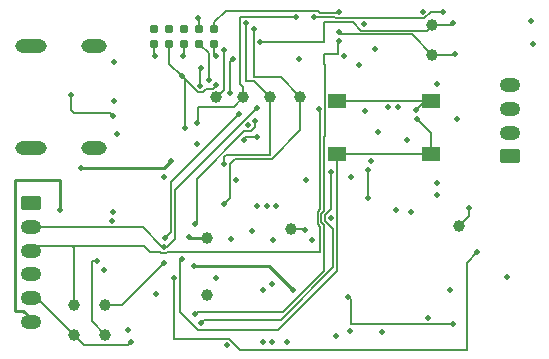
<source format=gbr>
%TF.GenerationSoftware,KiCad,Pcbnew,9.0.5-9.0.5~ubuntu24.04.1*%
%TF.CreationDate,2025-10-18T12:27:34-05:00*%
%TF.ProjectId,can_distance_sensor,63616e5f-6469-4737-9461-6e63655f7365,rev?*%
%TF.SameCoordinates,Original*%
%TF.FileFunction,Copper,L4,Bot*%
%TF.FilePolarity,Positive*%
%FSLAX46Y46*%
G04 Gerber Fmt 4.6, Leading zero omitted, Abs format (unit mm)*
G04 Created by KiCad (PCBNEW 9.0.5-9.0.5~ubuntu24.04.1) date 2025-10-18 12:27:34*
%MOMM*%
%LPD*%
G01*
G04 APERTURE LIST*
G04 Aperture macros list*
%AMRoundRect*
0 Rectangle with rounded corners*
0 $1 Rounding radius*
0 $2 $3 $4 $5 $6 $7 $8 $9 X,Y pos of 4 corners*
0 Add a 4 corners polygon primitive as box body*
4,1,4,$2,$3,$4,$5,$6,$7,$8,$9,$2,$3,0*
0 Add four circle primitives for the rounded corners*
1,1,$1+$1,$2,$3*
1,1,$1+$1,$4,$5*
1,1,$1+$1,$6,$7*
1,1,$1+$1,$8,$9*
0 Add four rect primitives between the rounded corners*
20,1,$1+$1,$2,$3,$4,$5,0*
20,1,$1+$1,$4,$5,$6,$7,0*
20,1,$1+$1,$6,$7,$8,$9,0*
20,1,$1+$1,$8,$9,$2,$3,0*%
G04 Aperture macros list end*
%TA.AperFunction,SMDPad,CuDef*%
%ADD10C,1.000000*%
%TD*%
%TA.AperFunction,ComponentPad*%
%ADD11RoundRect,0.250000X-0.625000X0.350000X-0.625000X-0.350000X0.625000X-0.350000X0.625000X0.350000X0*%
%TD*%
%TA.AperFunction,ComponentPad*%
%ADD12O,1.750000X1.200000*%
%TD*%
%TA.AperFunction,ComponentPad*%
%ADD13RoundRect,0.250000X0.625000X-0.350000X0.625000X0.350000X-0.625000X0.350000X-0.625000X-0.350000X0*%
%TD*%
%TA.AperFunction,ConnectorPad*%
%ADD14C,0.787400*%
%TD*%
%TA.AperFunction,SMDPad,CuDef*%
%ADD15R,1.549400X1.295400*%
%TD*%
%TA.AperFunction,WasherPad*%
%ADD16O,2.667000X1.168400*%
%TD*%
%TA.AperFunction,WasherPad*%
%ADD17O,2.159000X1.168400*%
%TD*%
%TA.AperFunction,ViaPad*%
%ADD18C,0.500000*%
%TD*%
%TA.AperFunction,Conductor*%
%ADD19C,0.127000*%
%TD*%
%TA.AperFunction,Conductor*%
%ADD20C,0.254000*%
%TD*%
G04 APERTURE END LIST*
D10*
%TO.P,TP14,1,1*%
%TO.N,LED2*%
X206002000Y-91904000D03*
%TD*%
%TO.P,TP13,1,1*%
%TO.N,LED1*%
X206002000Y-94444000D03*
%TD*%
%TO.P,TP12,1,1*%
%TO.N,TB_CLK*%
X178308000Y-115570000D03*
%TD*%
%TO.P,TP11,1,1*%
%TO.N,TB_ABS*%
X175641000Y-118110000D03*
%TD*%
%TO.P,TP10,1,1*%
%TO.N,TB_MOSI*%
X175641000Y-115570000D03*
%TD*%
%TO.P,TP9,1,1*%
%TO.N,TB_CS*%
X178308000Y-118110000D03*
%TD*%
%TO.P,TP8,1,1*%
%TO.N,TOF_SDA*%
X190000000Y-98000000D03*
%TD*%
%TO.P,TP7,1,1*%
%TO.N,TOF_SCL*%
X187714000Y-98000000D03*
%TD*%
%TO.P,TP6,1,1*%
%TO.N,TOF_INT*%
X192286000Y-98000000D03*
%TD*%
%TO.P,TP5,1,1*%
%TO.N,TOF_XSHUT*%
X194826000Y-98000000D03*
%TD*%
%TO.P,TP4,1,1*%
%TO.N,2V8*%
X186952000Y-114764000D03*
%TD*%
%TO.P,TP3,1,1*%
%TO.N,3V3*%
X186952000Y-109938000D03*
%TD*%
%TO.P,TP2,1,1*%
%TO.N,VCC*%
X194064000Y-109176000D03*
%TD*%
%TO.P,TP1,1,1*%
%TO.N,GND*%
X208288000Y-108922000D03*
%TD*%
D11*
%TO.P,J4,1,Pin_1*%
%TO.N,GND*%
X172000000Y-107000000D03*
D12*
%TO.P,J4,2,Pin_2*%
%TO.N,TB_CLK*%
X172000000Y-109000000D03*
%TO.P,J4,3,Pin_3*%
%TO.N,TB_MOSI*%
X172000000Y-111000000D03*
%TO.P,J4,4,Pin_4*%
%TO.N,TB_CS*%
X172000000Y-113000000D03*
%TO.P,J4,5,Pin_5*%
%TO.N,TB_ABS*%
X172000000Y-115000000D03*
%TO.P,J4,6,Pin_6*%
%TO.N,Net-(J4-Pin_6)*%
X172000000Y-117000000D03*
%TD*%
D13*
%TO.P,J3,1,Pin_1*%
%TO.N,VIN*%
X212550000Y-103000000D03*
D12*
%TO.P,J3,2,Pin_2*%
%TO.N,GND*%
X212550000Y-101000000D03*
%TO.P,J3,3,Pin_3*%
%TO.N,Net-(J3-Pin_3)*%
X212550000Y-99000000D03*
%TO.P,J3,4,Pin_4*%
%TO.N,Net-(J3-Pin_4)*%
X212550000Y-97000000D03*
%TD*%
D14*
%TO.P,J2,1,VTref*%
%TO.N,3V3*%
X187540000Y-93500000D03*
%TO.P,J2,2,SWDIO/TMS*%
%TO.N,SWDIO*%
X186270000Y-93500000D03*
%TO.P,J2,3,GND*%
%TO.N,GND*%
X185000000Y-93500000D03*
%TO.P,J2,4,SWCLK/TCK*%
%TO.N,BOOT*%
X183730000Y-93500000D03*
%TO.P,J2,5,GND*%
%TO.N,GND*%
X182460000Y-93500000D03*
%TO.P,J2,6,SWO/TDO*%
%TO.N,unconnected-(J2-SWO{slash}TDO-Pad6)*%
X182460000Y-92230000D03*
%TO.P,J2,7,KEY*%
%TO.N,unconnected-(J2-KEY-Pad7)*%
X183730000Y-92230000D03*
%TO.P,J2,8,NC/TDI*%
%TO.N,unconnected-(J2-NC{slash}TDI-Pad8)*%
X185000000Y-92230000D03*
%TO.P,J2,9,GNDDetect*%
%TO.N,GND*%
X186270000Y-92230000D03*
%TO.P,J2,10,~{RESET}*%
%TO.N,NRST*%
X187540000Y-92230000D03*
%TD*%
D15*
%TO.P,SW1,4,4*%
%TO.N,BOOT*%
X197963000Y-102790001D03*
%TO.P,SW1,3,3*%
X205913000Y-102790001D03*
%TO.P,SW1,2,2*%
%TO.N,Net-(R2-Pad2)*%
X197963000Y-98289999D03*
%TO.P,SW1,1,1*%
X205913000Y-98290000D03*
%TD*%
D16*
%TO.P,J5,*%
%TO.N,*%
X172000700Y-102320002D03*
D17*
X177360700Y-102320002D03*
D16*
X172000700Y-93679998D03*
D17*
X177360700Y-93679998D03*
%TD*%
D18*
%TO.N,Net-(R2-Pad2)*%
X204597000Y-99060000D03*
%TO.N,GND*%
X193675000Y-118745000D03*
X192532000Y-110109000D03*
X195834000Y-110109000D03*
%TO.N,TB_ABS*%
X180467000Y-118745000D03*
%TO.N,TB_CS*%
X177648999Y-111862999D03*
%TO.N,TB_CLK*%
X183261000Y-110644171D03*
X183261000Y-112014000D03*
%TO.N,Net-(J4-Pin_6)*%
X174498000Y-107569000D03*
%TO.N,GND*%
X197866000Y-118237000D03*
%TO.N,VCC*%
X194183000Y-114300000D03*
X185801000Y-112268000D03*
X176276000Y-104013000D03*
X183896000Y-103378000D03*
%TO.N,BOOT*%
X184765539Y-111691000D03*
X185039000Y-100584000D03*
X204724000Y-99822000D03*
%TO.N,TB_CS*%
X188849000Y-97663000D03*
X189103000Y-94742000D03*
X189611000Y-99441000D03*
X183339566Y-109948592D03*
%TO.N,TB_CLK*%
X191135000Y-98933000D03*
%TO.N,TB_ABS*%
X191014137Y-100028208D03*
X185928000Y-108712000D03*
X197449500Y-104345153D03*
X186436000Y-117094000D03*
%TO.N,TB_MOSI*%
X196410300Y-99008000D03*
%TO.N,BOOT*%
X184802194Y-96248806D03*
%TO.N,LED1*%
X198114500Y-92517997D03*
X207899000Y-94361000D03*
%TO.N,LED2*%
X191394500Y-93345000D03*
%TO.N,GND*%
X194734800Y-94742000D03*
X194734800Y-94742000D03*
X194734800Y-94742000D03*
X194734800Y-94742000D03*
X194734800Y-94742000D03*
X194734800Y-94742000D03*
X194734800Y-94742000D03*
%TO.N,VIN_MEAS*%
X198114500Y-93218000D03*
%TO.N,GND*%
X198501000Y-94478500D03*
%TO.N,3V3*%
X199771000Y-95250000D03*
%TO.N,GND*%
X197449500Y-108230199D03*
X199141500Y-104775000D03*
X204216000Y-107696000D03*
X202946000Y-107569000D03*
%TO.N,3V3*%
X206375000Y-106299000D03*
X206375000Y-105283000D03*
%TO.N,LED2*%
X207772000Y-91694000D03*
%TO.N,3V3*%
X214376000Y-91567000D03*
X214503000Y-93472000D03*
X206375000Y-96901000D03*
%TO.N,GND*%
X203835000Y-101600000D03*
X201422000Y-100965000D03*
%TO.N,VCC*%
X195199000Y-109220000D03*
X200533000Y-106553000D03*
X200533000Y-104140000D03*
%TO.N,GND*%
X200787000Y-103380500D03*
%TO.N,3V3*%
X178947284Y-107753837D03*
%TO.N,GND*%
X178181000Y-112649000D03*
X178904007Y-108452500D03*
%TO.N,VIN_MEAS*%
X185922500Y-116328015D03*
%TO.N,GND*%
X182626000Y-114681000D03*
%TO.N,+12V*%
X209804000Y-111125000D03*
X184144500Y-113284000D03*
%TO.N,GND*%
X180213000Y-117729000D03*
%TO.N,3V3*%
X185435000Y-109855695D03*
%TO.N,2V8*%
X186952000Y-114764000D03*
%TO.N,GND*%
X188595000Y-118999000D03*
X191643000Y-118745000D03*
X192405000Y-118745000D03*
X192405000Y-113792000D03*
X191643000Y-114300000D03*
X187706000Y-113284000D03*
%TO.N,3V3*%
X190754000Y-109347000D03*
X188976000Y-109982000D03*
%TO.N,GND*%
X189369000Y-105029000D03*
X191135000Y-107188000D03*
X192024000Y-107188000D03*
X192786000Y-107188000D03*
X195326000Y-105029000D03*
%TO.N,TOF_SDA_2V8*%
X191135000Y-101346000D03*
X190053687Y-101629513D03*
%TO.N,GND*%
X186055000Y-101981000D03*
%TO.N,TOF_XSHUT*%
X188341000Y-107061000D03*
%TO.N,TOF_INT*%
X188341000Y-103632000D03*
%TO.N,TOF_SDA*%
X186049500Y-100203000D03*
%TO.N,TOF_SCL*%
X187714000Y-98000000D03*
%TO.N,3V3*%
X190410890Y-100383309D03*
%TO.N,TOF_XSHUT*%
X190881000Y-92202000D03*
%TO.N,TOF_INT*%
X190251500Y-91699500D03*
%TO.N,TOF_SCL*%
X188341000Y-93980000D03*
%TO.N,TOF_SDA*%
X194437000Y-91186000D03*
%TO.N,CAN_STB*%
X206883000Y-90750000D03*
X195961000Y-91186000D03*
%TO.N,GND*%
X182499000Y-94488000D03*
%TO.N,BOOT*%
X187706000Y-97005500D03*
%TO.N,GND*%
X186182000Y-91313000D03*
X184912000Y-94488000D03*
%TO.N,3V3*%
X187706000Y-94488000D03*
%TO.N,SWDIO*%
X187071000Y-96520000D03*
%TO.N,DM*%
X186436000Y-95504000D03*
X186354600Y-97073600D03*
%TO.N,GND*%
X183319162Y-104788691D03*
X179070000Y-94996000D03*
X179324000Y-101092000D03*
X179070000Y-98298000D03*
%TO.N,Net-(J5-D--PadA7)*%
X178988000Y-99613000D03*
X175387000Y-97790000D03*
%TO.N,NRST*%
X198069200Y-90750000D03*
%TO.N,3V3*%
X200304400Y-99212400D03*
X200202800Y-91846400D03*
%TO.N,GND*%
X201168000Y-93929200D03*
X203090828Y-98803500D03*
X205181200Y-90750000D03*
X202266513Y-98803500D03*
X208127600Y-99822000D03*
X209143600Y-107391200D03*
X199034400Y-117805200D03*
X201726800Y-117856000D03*
X205638400Y-116687600D03*
X212344000Y-113233200D03*
X207518000Y-114350800D03*
%TO.N,/Power/PRE_OUT*%
X198882000Y-114909600D03*
X207772000Y-117246400D03*
%TD*%
D19*
%TO.N,Net-(R2-Pad2)*%
X205913000Y-98290000D02*
X205367000Y-98290000D01*
X205367000Y-98290000D02*
X204597000Y-99060000D01*
%TO.N,TB_MOSI*%
X182054694Y-111125000D02*
X183015630Y-111125000D01*
X196522000Y-99119700D02*
X196410300Y-99008000D01*
%TO.N,VIN_MEAS*%
X196923800Y-95299399D02*
X196923800Y-101280599D01*
X196850000Y-108819346D02*
X196850000Y-112694552D01*
%TO.N,TB_MOSI*%
X183015630Y-111125000D02*
X183048301Y-111157671D01*
X183048301Y-111157671D02*
X183473699Y-111157671D01*
X183473699Y-111157671D02*
X183506370Y-111125000D01*
%TO.N,VIN_MEAS*%
X196850000Y-95225599D02*
X196923800Y-95299399D01*
%TO.N,TB_MOSI*%
X196522000Y-111125000D02*
X196522000Y-108953794D01*
X196522000Y-108953794D02*
X196282000Y-108713794D01*
X181565194Y-110635500D02*
X182054694Y-111125000D01*
X196522000Y-107506604D02*
X196522000Y-99119700D01*
%TO.N,VIN_MEAS*%
X197993000Y-93339500D02*
X197993000Y-94361000D01*
X193339552Y-116205000D02*
X186045515Y-116205000D01*
X197993000Y-94361000D02*
X196850000Y-94361000D01*
%TO.N,TB_MOSI*%
X196282000Y-107746604D02*
X196522000Y-107506604D01*
%TO.N,VIN_MEAS*%
X198114500Y-93218000D02*
X197993000Y-93339500D01*
X186045515Y-116205000D02*
X185922500Y-116328015D01*
X196850000Y-112694552D02*
X193339552Y-116205000D01*
X196850000Y-101354399D02*
X196850000Y-107641052D01*
X196609000Y-108578346D02*
X196850000Y-108819346D01*
X196609000Y-107882052D02*
X196609000Y-108578346D01*
X196923800Y-101280599D02*
X196850000Y-101354399D01*
X196850000Y-94361000D02*
X196850000Y-95225599D01*
%TO.N,TB_MOSI*%
X196282000Y-108713794D02*
X196282000Y-107746604D01*
X183506370Y-111125000D02*
X196522000Y-111125000D01*
X175514000Y-110635500D02*
X181565194Y-110635500D01*
%TO.N,VIN_MEAS*%
X196850000Y-107641052D02*
X196609000Y-107882052D01*
%TO.N,Net-(R2-Pad2)*%
X197963000Y-98289999D02*
X205913000Y-98290000D01*
%TO.N,TB_ABS*%
X175641000Y-118110000D02*
X176530000Y-118999000D01*
X176530000Y-118999000D02*
X180213000Y-118999000D01*
X180213000Y-118999000D02*
X180467000Y-118745000D01*
X175641000Y-118110000D02*
X172531000Y-115000000D01*
X172531000Y-115000000D02*
X172000000Y-115000000D01*
%TO.N,TB_CS*%
X178308000Y-118110000D02*
X177165000Y-116967000D01*
X177165000Y-116967000D02*
X177165000Y-111887000D01*
X177165000Y-111887000D02*
X177624998Y-111887000D01*
X177624998Y-111887000D02*
X177648999Y-111862999D01*
%TO.N,TB_MOSI*%
X172364500Y-110635500D02*
X175514000Y-110635500D01*
X175641000Y-115570000D02*
X175641000Y-110762500D01*
X175641000Y-110762500D02*
X175514000Y-110635500D01*
%TO.N,TB_CS*%
X189611000Y-99441000D02*
X183866249Y-105185751D01*
%TO.N,TB_CLK*%
X183261000Y-110644171D02*
X183106301Y-110644171D01*
%TO.N,TB_CS*%
X183866249Y-105185751D02*
X183866249Y-109421909D01*
X183866249Y-109421909D02*
X183339566Y-109948592D01*
%TO.N,TB_MOSI*%
X172000000Y-111000000D02*
X172364500Y-110635500D01*
%TO.N,TB_CLK*%
X178308000Y-115570000D02*
X179705000Y-115570000D01*
X179705000Y-115570000D02*
X183261000Y-112014000D01*
D20*
%TO.N,Net-(J4-Pin_6)*%
X172000000Y-117000000D02*
X172000000Y-116725000D01*
X172000000Y-116725000D02*
X171353000Y-116078000D01*
X170628000Y-116018000D02*
X170628000Y-105029000D01*
X171353000Y-116078000D02*
X170688000Y-116078000D01*
X174498000Y-105029000D02*
X174498000Y-107569000D01*
X170688000Y-116078000D02*
X170628000Y-116018000D01*
X170628000Y-105029000D02*
X174498000Y-105029000D01*
D19*
%TO.N,TB_CLK*%
X181462130Y-109000000D02*
X172000000Y-109000000D01*
%TO.N,BOOT*%
X186182000Y-117729000D02*
X184658000Y-116205000D01*
X184658000Y-111798539D02*
X184765539Y-111691000D01*
D20*
%TO.N,VCC*%
X185801000Y-112268000D02*
X192151000Y-112268000D01*
D19*
%TO.N,BOOT*%
X197963000Y-112679000D02*
X192913000Y-117729000D01*
X184658000Y-116205000D02*
X184658000Y-111798539D01*
X197963000Y-102790001D02*
X197963000Y-112679000D01*
X192913000Y-117729000D02*
X186182000Y-117729000D01*
D20*
%TO.N,3V3*%
X186952000Y-109938000D02*
X185517305Y-109938000D01*
D19*
%TO.N,TB_CLK*%
X184196743Y-109998609D02*
X183551181Y-110644171D01*
X184196743Y-105871257D02*
X184196743Y-109998609D01*
D20*
%TO.N,VCC*%
X192151000Y-112268000D02*
X194183000Y-114300000D01*
D19*
%TO.N,TB_CLK*%
X191135000Y-98933000D02*
X184196743Y-105871257D01*
X183106301Y-110644171D02*
X181462130Y-109000000D01*
X183551181Y-110644171D02*
X183261000Y-110644171D01*
D20*
%TO.N,3V3*%
X185517305Y-109938000D02*
X185435000Y-109855695D01*
%TO.N,VCC*%
X183261000Y-104013000D02*
X183896000Y-103378000D01*
X176276000Y-104013000D02*
X183261000Y-104013000D01*
D19*
%TO.N,+12V*%
X189703613Y-119380000D02*
X188808113Y-118484500D01*
%TO.N,TB_ABS*%
X196936000Y-108017500D02*
X197449500Y-107504000D01*
X197612000Y-109118898D02*
X196936000Y-108442898D01*
%TO.N,BOOT*%
X185039000Y-100584000D02*
X185039000Y-96485612D01*
%TO.N,TB_ABS*%
X197449500Y-107504000D02*
X197449500Y-104345153D01*
%TO.N,+12V*%
X208915000Y-112014000D02*
X208915000Y-119380000D01*
X188808113Y-118484500D02*
X185045500Y-118484500D01*
X184150000Y-113289500D02*
X184144500Y-113284000D01*
X209804000Y-111125000D02*
X208915000Y-112014000D01*
X208915000Y-119380000D02*
X189703613Y-119380000D01*
%TO.N,TB_ABS*%
X186690000Y-116840000D02*
X193167000Y-116840000D01*
X197612000Y-112395000D02*
X197612000Y-109118898D01*
X196936000Y-108442898D02*
X196936000Y-108017500D01*
%TO.N,+12V*%
X184150000Y-118491000D02*
X184150000Y-113289500D01*
%TO.N,TB_ABS*%
X186436000Y-117094000D02*
X186690000Y-116840000D01*
X193167000Y-116840000D02*
X197612000Y-112395000D01*
%TO.N,+12V*%
X185045500Y-118484500D02*
X184150000Y-118491000D01*
%TO.N,BOOT*%
X185039000Y-96485612D02*
X184802194Y-96248806D01*
X197963000Y-102790001D02*
X205913000Y-102790001D01*
X205913000Y-102790001D02*
X205913000Y-101011000D01*
X205913000Y-101011000D02*
X204724000Y-99822000D01*
%TO.N,TB_CS*%
X189103000Y-94742000D02*
X188849000Y-94996000D01*
X188849000Y-94996000D02*
X188849000Y-97282000D01*
X188849000Y-97282000D02*
X188849000Y-97663000D01*
%TO.N,TB_ABS*%
X186055000Y-104902000D02*
X190060191Y-100896809D01*
X185928000Y-108712000D02*
X186055000Y-108585000D01*
X191014137Y-100506261D02*
X191014137Y-100028208D01*
X186055000Y-108585000D02*
X186055000Y-104902000D01*
X190623589Y-100896809D02*
X191014137Y-100506261D01*
X190060191Y-100896809D02*
X190623589Y-100896809D01*
%TO.N,TOF_XSHUT*%
X192413862Y-103198000D02*
X194826000Y-100785862D01*
X194826000Y-100785862D02*
X194826000Y-98000000D01*
%TO.N,TOF_INT*%
X192286000Y-98000000D02*
X192286000Y-102862000D01*
%TO.N,TOF_XSHUT*%
X188855500Y-106546500D02*
X188855500Y-103661396D01*
%TO.N,TOF_SDA_2V8*%
X190188997Y-101346000D02*
X190053687Y-101481310D01*
X190053687Y-101481310D02*
X190053687Y-101629513D01*
%TO.N,TOF_XSHUT*%
X189318896Y-103198000D02*
X192413862Y-103198000D01*
X188855500Y-103661396D02*
X189318896Y-103198000D01*
X188341000Y-107061000D02*
X188855500Y-106546500D01*
%TO.N,TOF_SDA_2V8*%
X191135000Y-101346000D02*
X190188997Y-101346000D01*
%TO.N,TOF_INT*%
X192278000Y-102870000D02*
X188549448Y-102870000D01*
X188341000Y-103078448D02*
X188341000Y-103632000D01*
X188549448Y-102870000D02*
X188341000Y-103078448D01*
X192286000Y-102862000D02*
X192278000Y-102870000D01*
%TO.N,BOOT*%
X184802194Y-96248806D02*
X183730000Y-95176613D01*
%TO.N,LED1*%
X198114500Y-92517997D02*
X198285403Y-92688900D01*
X198285403Y-92688900D02*
X204246900Y-92688900D01*
X204246900Y-92688900D02*
X206002000Y-94444000D01*
X207899000Y-94361000D02*
X207816000Y-94444000D01*
X207816000Y-94444000D02*
X206002000Y-94444000D01*
%TO.N,NRST*%
X197967700Y-90851500D02*
X196469000Y-90851500D01*
X198069200Y-90750000D02*
X197967700Y-90851500D01*
X196289000Y-90671500D02*
X188488000Y-90671500D01*
X187540000Y-91619500D02*
X188488000Y-90671500D01*
X196469000Y-90851500D02*
X196289000Y-90671500D01*
%TO.N,LED2*%
X191394500Y-93345000D02*
X196850000Y-93345000D01*
X196850000Y-91659900D02*
X199288687Y-91659900D01*
X196850000Y-93345000D02*
X196850000Y-91659900D01*
X207562000Y-91904000D02*
X207772000Y-91694000D01*
X206002000Y-91904000D02*
X207562000Y-91904000D01*
X199989687Y-92360900D02*
X205545100Y-92360900D01*
X199288687Y-91659900D02*
X199989687Y-92360900D01*
X205545100Y-92360900D02*
X206002000Y-91904000D01*
%TO.N,VCC*%
X194064000Y-109176000D02*
X195155000Y-109176000D01*
X195155000Y-109176000D02*
X195199000Y-109220000D01*
X200533000Y-104140000D02*
X200533000Y-106553000D01*
%TO.N,TOF_SDA*%
X186182000Y-100070500D02*
X186182000Y-98806000D01*
X186049500Y-100203000D02*
X186182000Y-100070500D01*
X186182000Y-98806000D02*
X189194000Y-98806000D01*
X189194000Y-98806000D02*
X190000000Y-98000000D01*
%TO.N,TOF_XSHUT*%
X190881000Y-92202000D02*
X190881000Y-96319000D01*
X193145000Y-96319000D02*
X194826000Y-98000000D01*
X190881000Y-96319000D02*
X193145000Y-96319000D01*
%TO.N,TOF_INT*%
X190246000Y-96647000D02*
X190933000Y-96647000D01*
X190933000Y-96647000D02*
X192286000Y-98000000D01*
X190251500Y-91699500D02*
X190246000Y-91705000D01*
X190246000Y-91705000D02*
X190246000Y-96647000D01*
%TO.N,TOF_SCL*%
X188341000Y-93980000D02*
X188341000Y-97373000D01*
X188341000Y-97373000D02*
X187714000Y-98000000D01*
%TO.N,TOF_SDA*%
X189738000Y-91186000D02*
X189738000Y-96901000D01*
X194437000Y-91186000D02*
X189738000Y-91186000D01*
X189738000Y-96901000D02*
X190000000Y-97163000D01*
X190000000Y-97163000D02*
X190000000Y-98000000D01*
%TO.N,CAN_STB*%
X205326913Y-91331900D02*
X204348733Y-91331900D01*
X206883000Y-90750000D02*
X205908813Y-90750000D01*
X205908813Y-90750000D02*
X205326913Y-91331900D01*
X197831900Y-91331900D02*
X204348733Y-91331900D01*
X195967500Y-91179500D02*
X197679500Y-91179500D01*
X195961000Y-91186000D02*
X195967500Y-91179500D01*
X197679500Y-91179500D02*
X197831900Y-91331900D01*
%TO.N,NRST*%
X187540000Y-92230000D02*
X187540000Y-91619500D01*
%TO.N,GND*%
X182460000Y-94449000D02*
X182499000Y-94488000D01*
X182460000Y-93500000D02*
X182460000Y-94449000D01*
%TO.N,BOOT*%
X186869100Y-97286713D02*
X186567713Y-97588100D01*
X186141487Y-97588100D02*
X184802194Y-96248806D01*
X187706000Y-97005500D02*
X187424787Y-97286713D01*
X187424787Y-97286713D02*
X186869100Y-97286713D01*
X186567713Y-97588100D02*
X186141487Y-97588100D01*
X183730000Y-95176613D02*
X183730000Y-93500000D01*
%TO.N,GND*%
X186270000Y-91401000D02*
X186182000Y-91313000D01*
X186270000Y-92230000D02*
X186270000Y-91401000D01*
X185000000Y-94400000D02*
X184912000Y-94488000D01*
X185000000Y-93500000D02*
X185000000Y-94400000D01*
%TO.N,3V3*%
X187540000Y-94322000D02*
X187706000Y-94488000D01*
X187540000Y-93500000D02*
X187540000Y-94322000D01*
%TO.N,SWDIO*%
X187071000Y-96520000D02*
X187071000Y-94301000D01*
X187071000Y-94301000D02*
X186270000Y-93500000D01*
%TO.N,DM*%
X186354600Y-95585400D02*
X186436000Y-95504000D01*
X186354600Y-97073600D02*
X186354600Y-95585400D01*
%TO.N,Net-(J5-D--PadA7)*%
X175387000Y-99060000D02*
X175641000Y-99314000D01*
X175387000Y-97790000D02*
X175387000Y-99060000D01*
X175641000Y-99314000D02*
X178689000Y-99314000D01*
X178689000Y-99314000D02*
X178943000Y-99568000D01*
%TO.N,GND*%
X208288000Y-108922000D02*
X209143600Y-108066400D01*
X209143600Y-108066400D02*
X209143600Y-107391200D01*
%TO.N,/Power/PRE_OUT*%
X199085200Y-115112800D02*
X198882000Y-114909600D01*
X199085200Y-117246400D02*
X199085200Y-115112800D01*
X207772000Y-117246400D02*
X199085200Y-117246400D01*
%TD*%
M02*

</source>
